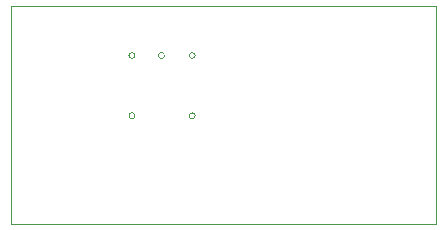
<source format=gbr>
%TF.GenerationSoftware,KiCad,Pcbnew,9.0.5*%
%TF.CreationDate,2025-10-21T13:05:05+02:00*%
%TF.ProjectId,Heterodyna-eltra-t3015-2,48657465-726f-4647-996e-612d656c7472,rev?*%
%TF.SameCoordinates,Original*%
%TF.FileFunction,Profile,NP*%
%FSLAX46Y46*%
G04 Gerber Fmt 4.6, Leading zero omitted, Abs format (unit mm)*
G04 Created by KiCad (PCBNEW 9.0.5) date 2025-10-21 13:05:05*
%MOMM*%
%LPD*%
G01*
G04 APERTURE LIST*
%TA.AperFunction,Profile*%
%ADD10C,0.050000*%
%TD*%
G04 APERTURE END LIST*
D10*
X143000000Y-99750000D02*
X179000000Y-99750000D01*
X179000000Y-118250000D01*
X143000000Y-118250000D01*
X143000000Y-99750000D01*
%TO.C,L3*%
X153495000Y-103965000D02*
G75*
G02*
X152995000Y-103965000I-250000J0D01*
G01*
X152995000Y-103965000D02*
G75*
G02*
X153495000Y-103965000I250000J0D01*
G01*
X153495000Y-109065000D02*
G75*
G02*
X152995000Y-109065000I-250000J0D01*
G01*
X152995000Y-109065000D02*
G75*
G02*
X153495000Y-109065000I250000J0D01*
G01*
X155995000Y-103965000D02*
G75*
G02*
X155495000Y-103965000I-250000J0D01*
G01*
X155495000Y-103965000D02*
G75*
G02*
X155995000Y-103965000I250000J0D01*
G01*
X158595000Y-103965000D02*
G75*
G02*
X158095000Y-103965000I-250000J0D01*
G01*
X158095000Y-103965000D02*
G75*
G02*
X158595000Y-103965000I250000J0D01*
G01*
X158595000Y-109065000D02*
G75*
G02*
X158095000Y-109065000I-250000J0D01*
G01*
X158095000Y-109065000D02*
G75*
G02*
X158595000Y-109065000I250000J0D01*
G01*
%TD*%
M02*

</source>
